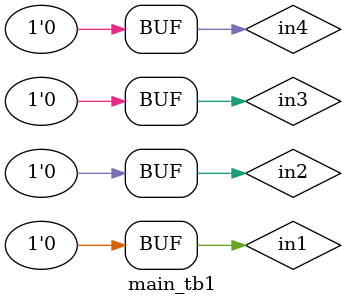
<source format=v>
module main_tb1;

reg in1,in2,in3,in4;
wire [3:0] count;
wire mo1,mo2,mo3,mo4;

initial
begin
in1=0;
in2=0;
in3=0;
in4=0;
end

main m1(in1,in2,in3,in4,count,mo1,mo2,mo3,mo4);


initial
begin
$dumpfile("main1.vcd");
$dumpvars(0,main_tb1);
end

initial
begin
#17
in1=1;
in2=0;
in3=0;
in4=0;
#7
in1=0;
end


initial
begin
#50
in1=1;
in2=0;
in3=0;
in4=0;
#4
in1=0;
end

initial
begin
#84
in1=0;
in2=0;
in3=1;
in4=0;
#7
in3=0;
end

initial
begin
#120
in1=0;
in2=1;
in3=0;
in4=0;
#9
in2=0;
end

initial
begin
#137
in1=0;
in2=1;
in3=0;
in4=0;
#1
in2=0;
end

initial
begin
#153
in1=0;
in2=0;
in3=1;
in4=0;
#2
in3=0;
end
initial
begin
#169
in1=0;
in2=0;
in3=0;
in4=1;
#3
in4=0;
end

initial
begin
#185
in1=0;
in2=1;
in3=0;
in4=0;
#1
in2=0;
end

initial
begin
#197
in1=0;
in2=0;
in3=1;
in4=0;
#4
in3=0;
end

endmodule


</source>
